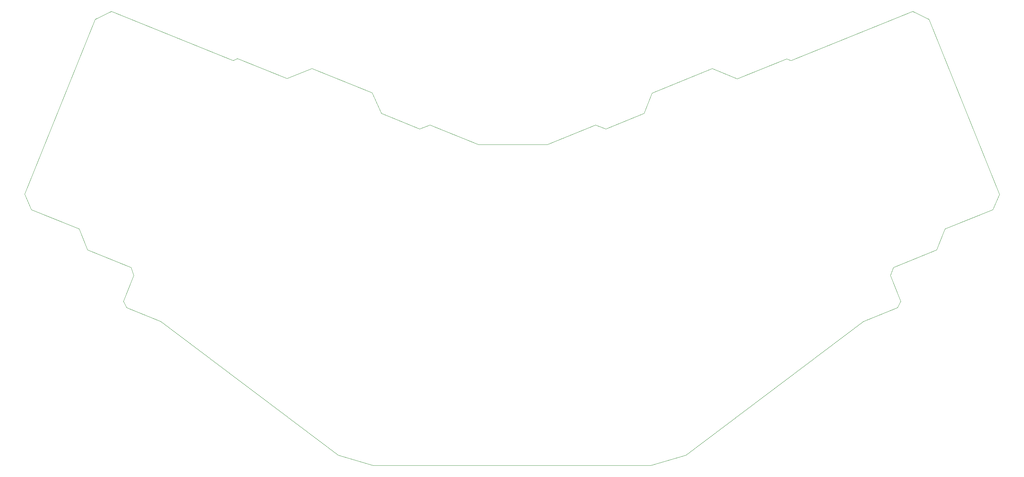
<source format=gbr>
G04 #@! TF.GenerationSoftware,KiCad,Pcbnew,(5.1.4)-1*
G04 #@! TF.CreationDate,2024-04-24T20:53:09-04:00*
G04 #@! TF.ProjectId,ThumbsUp,5468756d-6273-4557-902e-6b696361645f,rev?*
G04 #@! TF.SameCoordinates,Original*
G04 #@! TF.FileFunction,Profile,NP*
%FSLAX46Y46*%
G04 Gerber Fmt 4.6, Leading zero omitted, Abs format (unit mm)*
G04 Created by KiCad (PCBNEW (5.1.4)-1) date 2024-04-24 20:53:09*
%MOMM*%
%LPD*%
G04 APERTURE LIST*
%ADD10C,0.050000*%
G04 APERTURE END LIST*
D10*
X111762128Y-278536250D02*
X121476672Y-282456673D01*
X124126672Y-281466673D02*
X136476672Y-286456673D01*
X166286456Y-281480708D02*
X153970000Y-286450000D01*
X178651000Y-278550285D02*
X168936456Y-282470708D01*
X121476672Y-282456673D02*
X124126672Y-281466673D01*
X153970000Y-286450000D02*
X136476672Y-286456673D01*
X168936456Y-282470708D02*
X166286456Y-281480708D01*
X46045367Y-326403852D02*
X48705074Y-319820847D01*
X243996887Y-326417887D02*
X241337180Y-319834881D01*
X109600000Y-368300000D02*
X100726946Y-365645347D01*
X180300000Y-368300000D02*
X189315308Y-365659381D01*
X109600000Y-368300000D02*
X180300000Y-368300000D01*
X255464341Y-307909663D02*
X255278904Y-307984584D01*
X34577913Y-307895628D02*
X34763350Y-307970550D01*
X20866791Y-299120371D02*
X22617241Y-303063203D01*
X38885368Y-254522828D02*
X20866791Y-299120371D01*
X269175463Y-299134406D02*
X267425012Y-303077238D01*
X251156885Y-254536862D02*
X269175463Y-299134406D01*
X109384939Y-273299691D02*
X94040046Y-267099951D01*
X43033301Y-252531683D02*
X74001241Y-265043543D01*
X36871109Y-313298059D02*
X34763350Y-307970550D01*
X36871109Y-313298059D02*
X47950956Y-317774607D01*
X34577913Y-307895628D02*
X22617241Y-303063203D01*
X55423988Y-331487303D02*
X46893897Y-328040922D01*
X87671105Y-269649772D02*
X75107763Y-264573853D01*
X100726946Y-365645347D02*
X55609425Y-331562224D01*
X46045367Y-326403852D02*
X46893897Y-328040922D01*
X109384939Y-273299691D02*
X111762128Y-278536250D01*
X47950956Y-317774607D02*
X48705074Y-319820847D01*
X87671105Y-269649772D02*
X94040046Y-267099951D01*
X43033301Y-252531683D02*
X38885368Y-254522828D01*
X75107763Y-264573853D02*
X74001241Y-265043543D01*
X55423988Y-331487303D02*
X55609425Y-331562224D01*
X234618266Y-331501337D02*
X234432829Y-331576259D01*
X242091298Y-317788642D02*
X241337180Y-319834881D01*
X247008953Y-252545718D02*
X251156885Y-254536862D01*
X214934490Y-264587887D02*
X216041012Y-265057578D01*
X202371149Y-269663807D02*
X196002208Y-267113986D01*
X234618266Y-331501337D02*
X243148357Y-328054957D01*
X189315308Y-365659381D02*
X234432829Y-331576259D01*
X243996887Y-326417887D02*
X243148357Y-328054957D01*
X247008953Y-252545718D02*
X216041012Y-265057578D01*
X255464341Y-307909663D02*
X267425012Y-303077238D01*
X253171145Y-313312093D02*
X255278904Y-307984584D01*
X253171145Y-313312093D02*
X242091298Y-317788642D01*
X180657315Y-273313725D02*
X178651000Y-278550285D01*
X202371149Y-269663807D02*
X214934490Y-264587887D01*
X180657315Y-273313725D02*
X196002208Y-267113986D01*
M02*

</source>
